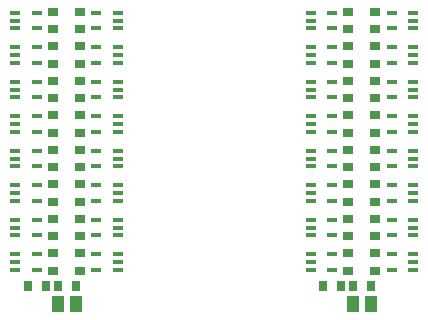
<source format=gtp>
%FSLAX24Y24*%
%MOIN*%
G70*
G01*
G75*
G04 Layer_Color=8421504*
%ADD10R,0.0433X0.0551*%
%ADD11R,0.0354X0.0276*%
%ADD12R,0.0335X0.0138*%
%ADD13R,0.0276X0.0354*%
%ADD14C,0.0100*%
%ADD15C,0.0300*%
%ADD16C,0.0250*%
%ADD17R,0.0591X0.0591*%
%ADD18C,0.0591*%
%ADD19C,0.1969*%
%ADD20C,0.0150*%
%ADD21C,0.0200*%
%ADD22C,0.0098*%
%ADD23C,0.0079*%
%ADD24C,0.0063*%
%ADD25C,0.0060*%
D10*
X24498Y33800D02*
D03*
X25089D02*
D03*
X14655D02*
D03*
X15245D02*
D03*
D11*
X24343Y43545D02*
D03*
Y42955D02*
D03*
Y42395D02*
D03*
Y41805D02*
D03*
Y41245D02*
D03*
Y40655D02*
D03*
Y40095D02*
D03*
Y39505D02*
D03*
Y38945D02*
D03*
Y38355D02*
D03*
Y37795D02*
D03*
Y37205D02*
D03*
Y36645D02*
D03*
Y36055D02*
D03*
Y35495D02*
D03*
Y34905D02*
D03*
X25243Y42955D02*
D03*
Y43545D02*
D03*
Y41805D02*
D03*
Y42395D02*
D03*
Y40655D02*
D03*
Y41245D02*
D03*
Y39505D02*
D03*
Y40095D02*
D03*
Y38355D02*
D03*
Y38945D02*
D03*
Y37205D02*
D03*
Y37795D02*
D03*
Y36055D02*
D03*
Y36645D02*
D03*
Y34905D02*
D03*
Y35495D02*
D03*
X14500Y43545D02*
D03*
Y42955D02*
D03*
Y42395D02*
D03*
Y41805D02*
D03*
Y41245D02*
D03*
Y40655D02*
D03*
Y40095D02*
D03*
Y39505D02*
D03*
Y38945D02*
D03*
Y38355D02*
D03*
Y37795D02*
D03*
Y37205D02*
D03*
Y36645D02*
D03*
Y36055D02*
D03*
Y35495D02*
D03*
Y34905D02*
D03*
X15400Y42955D02*
D03*
Y43545D02*
D03*
Y41805D02*
D03*
Y42395D02*
D03*
Y40655D02*
D03*
Y41245D02*
D03*
Y39505D02*
D03*
Y40095D02*
D03*
Y38355D02*
D03*
Y38945D02*
D03*
Y37205D02*
D03*
Y37795D02*
D03*
Y36055D02*
D03*
Y36645D02*
D03*
Y34905D02*
D03*
Y35495D02*
D03*
D12*
X23079Y43506D02*
D03*
Y43250D02*
D03*
Y42994D02*
D03*
X23807D02*
D03*
Y43506D02*
D03*
X23079Y42356D02*
D03*
Y42100D02*
D03*
Y41844D02*
D03*
X23807D02*
D03*
Y42356D02*
D03*
X23079Y41206D02*
D03*
Y40950D02*
D03*
Y40694D02*
D03*
X23807D02*
D03*
Y41206D02*
D03*
X23079Y40056D02*
D03*
Y39800D02*
D03*
Y39544D02*
D03*
X23807D02*
D03*
Y40056D02*
D03*
X23079Y38906D02*
D03*
Y38650D02*
D03*
Y38394D02*
D03*
X23807D02*
D03*
Y38906D02*
D03*
X23079Y37756D02*
D03*
Y37500D02*
D03*
Y37244D02*
D03*
X23807D02*
D03*
Y37756D02*
D03*
X23079Y36606D02*
D03*
Y36350D02*
D03*
Y36094D02*
D03*
X23807D02*
D03*
Y36606D02*
D03*
X23079Y35456D02*
D03*
Y35200D02*
D03*
Y34944D02*
D03*
X23807D02*
D03*
Y35456D02*
D03*
X26507Y42994D02*
D03*
Y43250D02*
D03*
Y43506D02*
D03*
X25779D02*
D03*
Y42994D02*
D03*
X26507Y41844D02*
D03*
Y42100D02*
D03*
Y42356D02*
D03*
X25779D02*
D03*
Y41844D02*
D03*
X26507Y40694D02*
D03*
Y40950D02*
D03*
Y41206D02*
D03*
X25779D02*
D03*
Y40694D02*
D03*
X26507Y39544D02*
D03*
Y39800D02*
D03*
Y40056D02*
D03*
X25779D02*
D03*
Y39544D02*
D03*
X26507Y38394D02*
D03*
Y38650D02*
D03*
Y38906D02*
D03*
X25779D02*
D03*
Y38394D02*
D03*
X26507Y37244D02*
D03*
Y37500D02*
D03*
Y37756D02*
D03*
X25779D02*
D03*
Y37244D02*
D03*
X26507Y36094D02*
D03*
Y36350D02*
D03*
Y36606D02*
D03*
X25779D02*
D03*
Y36094D02*
D03*
X26507Y34944D02*
D03*
Y35200D02*
D03*
Y35456D02*
D03*
X25779D02*
D03*
Y34944D02*
D03*
X13236Y43506D02*
D03*
Y43250D02*
D03*
Y42994D02*
D03*
X13964D02*
D03*
Y43506D02*
D03*
X13236Y42356D02*
D03*
Y42100D02*
D03*
Y41844D02*
D03*
X13964D02*
D03*
Y42356D02*
D03*
X13236Y41206D02*
D03*
Y40950D02*
D03*
Y40694D02*
D03*
X13964D02*
D03*
Y41206D02*
D03*
X13236Y40056D02*
D03*
Y39800D02*
D03*
Y39544D02*
D03*
X13964D02*
D03*
Y40056D02*
D03*
X13236Y38906D02*
D03*
Y38650D02*
D03*
Y38394D02*
D03*
X13964D02*
D03*
Y38906D02*
D03*
X13236Y37756D02*
D03*
Y37500D02*
D03*
Y37244D02*
D03*
X13964D02*
D03*
Y37756D02*
D03*
X13236Y36606D02*
D03*
Y36350D02*
D03*
Y36094D02*
D03*
X13964D02*
D03*
Y36606D02*
D03*
X13236Y35456D02*
D03*
Y35200D02*
D03*
Y34944D02*
D03*
X13964D02*
D03*
Y35456D02*
D03*
X16664Y42994D02*
D03*
Y43250D02*
D03*
Y43506D02*
D03*
X15936D02*
D03*
Y42994D02*
D03*
X16664Y41844D02*
D03*
Y42100D02*
D03*
Y42356D02*
D03*
X15936D02*
D03*
Y41844D02*
D03*
X16664Y40694D02*
D03*
Y40950D02*
D03*
Y41206D02*
D03*
X15936D02*
D03*
Y40694D02*
D03*
X16664Y39544D02*
D03*
Y39800D02*
D03*
Y40056D02*
D03*
X15936D02*
D03*
Y39544D02*
D03*
X16664Y38394D02*
D03*
Y38650D02*
D03*
Y38906D02*
D03*
X15936D02*
D03*
Y38394D02*
D03*
X16664Y37244D02*
D03*
Y37500D02*
D03*
Y37756D02*
D03*
X15936D02*
D03*
Y37244D02*
D03*
X16664Y36094D02*
D03*
Y36350D02*
D03*
Y36606D02*
D03*
X15936D02*
D03*
Y36094D02*
D03*
X16664Y34944D02*
D03*
Y35200D02*
D03*
Y35456D02*
D03*
X15936D02*
D03*
Y34944D02*
D03*
D13*
X24498Y34400D02*
D03*
X25089D02*
D03*
X24089D02*
D03*
X23498D02*
D03*
X14655D02*
D03*
X15245D02*
D03*
X14245D02*
D03*
X13655D02*
D03*
M02*

</source>
